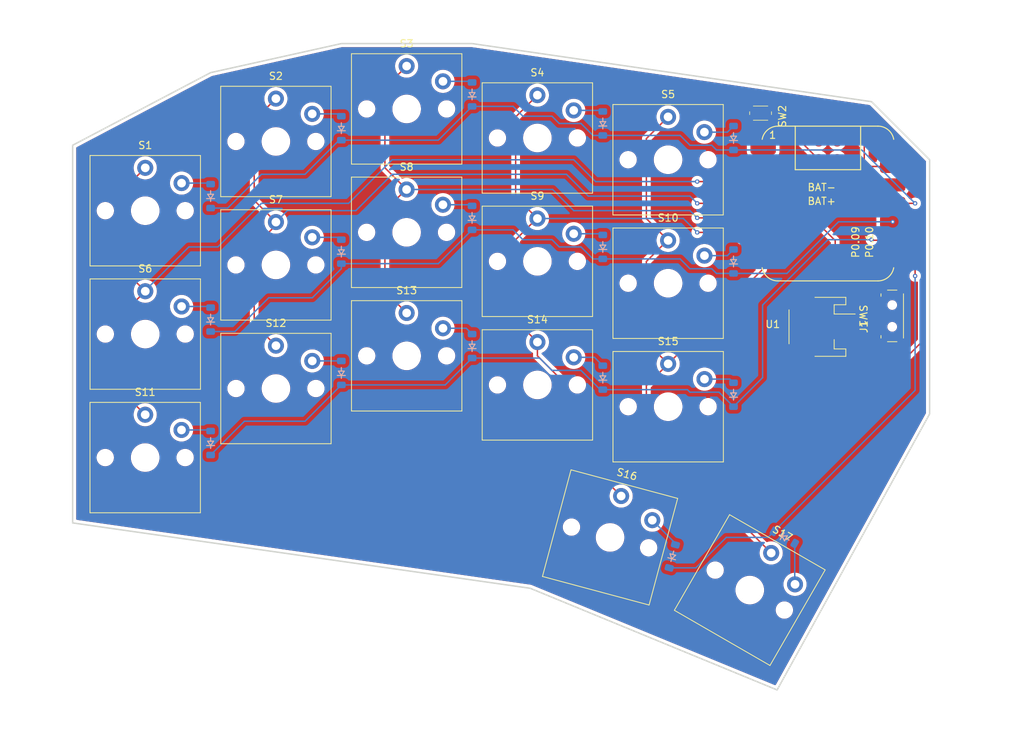
<source format=kicad_pcb>
(kicad_pcb (version 20241229) (generator "pcbnew") (generator_version "9.0")
  (layers (0 "F.Cu" signal) (2 "B.Cu" signal) (13 "F.Paste" user) (15 "B.Paste" user) (5 "F.SilkS" user "F.Silkscreen") (7 "B.SilkS" user "B.Silkscreen") (1 "F.Mask" user) (3 "B.Mask" user) (25 "Edge.Cuts" user))
  (net 0 "")
  (net 1 "Row 0")
  (net 2 "Net-(D1-A)")
  (net 3 "Net-(D2-A)")
  (net 4 "Net-(D3-A)")
  (net 5 "Net-(D4-A)")
  (net 6 "Net-(D5-A)")
  (net 7 "Row 1")
  (net 8 "Net-(D6-A)")
  (net 9 "Net-(D7-A)")
  (net 10 "Net-(D8-A)")
  (net 11 "Net-(D9-A)")
  (net 12 "Net-(D10-A)")
  (net 13 "Net-(D11-A)")
  (net 14 "Row 2")
  (net 15 "Net-(D12-A)")
  (net 16 "Net-(D13-A)")
  (net 17 "Net-(D14-A)")
  (net 18 "Net-(D15-A)")
  (net 19 "Row 3")
  (net 20 "Net-(D16-A)")
  (net 21 "Net-(D17-A)")
  (net 22 "Col 0")
  (net 23 "Col 1")
  (net 24 "Col 2")
  (net 25 "Col 3")
  (net 26 "Col 4")
  (net 27 "Net-(J1-Pin_1)")
  (net 28 "Ground")
  (net 29 "Net-(SW1-B)")
  (net 31 "Net-(U1-RST)")
  (footprint "marbastlib-various:SW_MSK12C02-HB" (layer "F.Cu") (at 161.845415 72.489603 -90)
    (property "Reference" "SW1" (at 0 4 270) (layer "F.SilkS"))
    (property "Value" "SW_SPDT")
    (pad "" np_thru_hole circle (at -1.5 0 90) (size 0.85 0.85) (drill 0.85) (layers "*.Cu" "*.Mask"))
    (pad "" np_thru_hole circle (at 1.5 0 90) (size 0.85 0.85) (drill 0.85) (layers "*.Cu" "*.Mask"))
    (pad "1" smd roundrect (at 2.25 2 90) (size 0.6 1.25) (layers "F.Cu" "F.Mask" "F.Paste") (roundrect_rratio 0.15) (net 27 "Net-(J1-Pin_1)"))
    (pad "2" smd roundrect (at -0.75 2 90) (size 0.6 1.25) (layers "F.Cu" "F.Mask" "F.Paste") (roundrect_rratio 0.15) (net 29 "Net-(SW1-B)"))
    (pad "3" smd roundrect (at -2.25 2 90) (size 0.6 1.25) (layers "F.Cu" "F.Mask" "F.Paste") (roundrect_rratio 0.15))
    (pad "MP" smd roundrect (at -3.7 -1.15 180) (size 0.7 1.1) (layers "F.Cu" "F.Mask" "F.Paste") (roundrect_rratio 0.15))
    (pad "MP" smd roundrect (at -3.7 1.15 180) (size 0.7 1.1) (layers "F.Cu" "F.Mask" "F.Paste") (roundrect_rratio 0.15))
    (pad "MP" smd roundrect (at 3.7 -1.15 180) (size 0.7 1.1) (layers "F.Cu" "F.Mask" "F.Paste") (roundrect_rratio 0.15))
    (pad "MP" smd roundrect (at 3.7 1.15 180) (size 0.7 1.1) (layers "F.Cu" "F.Mask" "F.Paste") (roundrect_rratio 0.15))
  )
  (footprint "ScottoKeebs_Choc:Choc_V1_1.00u" (layer "F.Cu") (at 76.985473 65.467584)
    (property "Reference" "S7" (at 0 -9 0) (layer "F.SilkS"))
    (property "Value" "Keyswitch")
    (pad "" np_thru_hole circle (at -5.5 0) (size 1.9 1.9) (drill 1.9) (layers "*.Cu" "*.Mask"))
    (pad "" np_thru_hole circle (at 0 0) (size 3.45 3.45) (drill 3.45) (layers "*.Cu" "*.Mask"))
    (pad "" np_thru_hole circle (at 5.5 0) (size 1.9 1.9) (drill 1.9) (layers "*.Cu" "*.Mask"))
    (pad "1" thru_hole circle (at 0 -5.9) (size 2.2 2.2) (drill 1.2) (layers "*.Cu" "*.Mask") (net 23 "Col 1"))
    (pad "2" thru_hole circle (at 5 -3.8) (size 2.2 2.2) (drill 1.2) (layers "*.Cu" "*.Mask") (net 9 "Net-(D7-A)"))
  )
  (footprint "ScottoKeebs_Choc:Choc_V1_1.00u" (layer "F.Cu") (at 112.988878 47.989603)
    (property "Reference" "S4" (at 0 -9 0) (layer "F.SilkS"))
    (property "Value" "Keyswitch")
    (pad "" np_thru_hole circle (at -5.5 0) (size 1.9 1.9) (drill 1.9) (layers "*.Cu" "*.Mask"))
    (pad "" np_thru_hole circle (at 0 0) (size 3.45 3.45) (drill 3.45) (layers "*.Cu" "*.Mask"))
    (pad "" np_thru_hole circle (at 5.5 0) (size 1.9 1.9) (drill 1.9) (layers "*.Cu" "*.Mask"))
    (pad "1" thru_hole circle (at 0 -5.9) (size 2.2 2.2) (drill 1.2) (layers "*.Cu" "*.Mask") (net 25 "Col 3"))
    (pad "2" thru_hole circle (at 5 -3.8) (size 2.2 2.2) (drill 1.2) (layers "*.Cu" "*.Mask") (net 5 "Net-(D4-A)"))
  )
  (footprint "ScottoKeebs_Choc:Choc_V1_1.00u" (layer "F.Cu") (at 142.232275 110.239603 -30)
    (property "Reference" "S17" (at 0 -9 150) (layer "F.SilkS"))
    (property "Value" "Keyswitch")
    (pad "" np_thru_hole circle (at -5.5 0 330) (size 1.9 1.9) (drill 1.9) (layers "*.Cu" "*.Mask"))
    (pad "" np_thru_hole circle (at 0 0 330) (size 3.45 3.45) (drill 3.45) (layers "*.Cu" "*.Mask"))
    (pad "" np_thru_hole circle (at 5.5 0 330) (size 1.9 1.9) (drill 1.9) (layers "*.Cu" "*.Mask"))
    (pad "1" thru_hole circle (at 0 -5.9 330) (size 2.2 2.2) (drill 1.2) (layers "*.Cu" "*.Mask") (net 26 "Col 4"))
    (pad "2" thru_hole circle (at 5 -3.8 330) (size 2.2 2.2) (drill 1.2) (layers "*.Cu" "*.Mask") (net 21 "Net-(D17-A)"))
  )
  (footprint "ScottoKeebs_Choc:Choc_V1_1.00u" (layer "F.Cu") (at 94.980883 60.980238)
    (property "Reference" "S8" (at 0 -9 0) (layer "F.SilkS"))
    (property "Value" "Keyswitch")
    (pad "" np_thru_hole circle (at -5.5 0) (size 1.9 1.9) (drill 1.9) (layers "*.Cu" "*.Mask"))
    (pad "" np_thru_hole circle (at 0 0) (size 3.45 3.45) (drill 3.45) (layers "*.Cu" "*.Mask"))
    (pad "" np_thru_hole circle (at 5.5 0) (size 1.9 1.9) (drill 1.9) (layers "*.Cu" "*.Mask"))
    (pad "1" thru_hole circle (at 0 -5.9) (size 2.2 2.2) (drill 1.2) (layers "*.Cu" "*.Mask") (net 24 "Col 2"))
    (pad "2" thru_hole circle (at 5 -3.8) (size 2.2 2.2) (drill 1.2) (layers "*.Cu" "*.Mask") (net 10 "Net-(D8-A)"))
  )
  (footprint "ScottoKeebs_Choc:Choc_V1_1.00u" (layer "F.Cu") (at 122.995415 102.989603 -15)
    (property "Reference" "S16" (at 0 -8.999999 165) (layer "F.SilkS"))
    (property "Value" "Keyswitch")
    (pad "" np_thru_hole circle (at -5.5 0 345) (size 1.9 1.9) (drill 1.9) (layers "*.Cu" "*.Mask"))
    (pad "" np_thru_hole circle (at 0 0 345) (size 3.45 3.45) (drill 3.45) (layers "*.Cu" "*.Mask"))
    (pad "" np_thru_hole circle (at 5.5 0 345) (size 1.9 1.9) (drill 1.9) (layers "*.Cu" "*.Mask"))
    (pad "1" thru_hole circle (at 0 -5.9 345) (size 2.2 2.2) (drill 1.2) (layers "*.Cu" "*.Mask") (net 25 "Col 3"))
    (pad "2" thru_hole circle (at 5 -3.8 345) (size 2.2 2.2) (drill 1.2) (layers "*.Cu" "*.Mask") (net 20 "Net-(D16-A)"))
  )
  (footprint "ScottoKeebs_Choc:Choc_V1_1.00u" (layer "F.Cu") (at 130.990088 67.987695)
    (property "Reference" "S10" (at 0 -9 0) (layer "F.SilkS"))
    (property "Value" "Keyswitch")
    (pad "" np_thru_hole circle (at -5.5 0) (size 1.9 1.9) (drill 1.9) (layers "*.Cu" "*.Mask"))
    (pad "" np_thru_hole circle (at 0 0) (size 3.45 3.45) (drill 3.45) (layers "*.Cu" "*.Mask"))
    (pad "" np_thru_hole circle (at 5.5 0) (size 1.9 1.9) (drill 1.9) (layers "*.Cu" "*.Mask"))
    (pad "1" thru_hole circle (at 0 -5.9) (size 2.2 2.2) (drill 1.2) (layers "*.Cu" "*.Mask") (net 26 "Col 4"))
    (pad "2" thru_hole circle (at 5 -3.8) (size 2.2 2.2) (drill 1.2) (layers "*.Cu" "*.Mask") (net 12 "Net-(D10-A)"))
  )
  (footprint "ScottoKeebs_Choc:Choc_V1_1.00u" (layer "F.Cu") (at 112.992415 81.990598)
    (property "Reference" "S14" (at 0 -9 0) (layer "F.SilkS"))
    (property "Value" "Keyswitch")
    (pad "" np_thru_hole circle (at -5.5 0) (size 1.9 1.9) (drill 1.9) (layers "*.Cu" "*.Mask"))
    (pad "" np_thru_hole circle (at 0 0) (size 3.45 3.45) (drill 3.45) (layers "*.Cu" "*.Mask"))
    (pad "" np_thru_hole circle (at 5.5 0) (size 1.9 1.9) (drill 1.9) (layers "*.Cu" "*.Mask"))
    (pad "1" thru_hole circle (at 0 -5.9) (size 2.2 2.2) (drill 1.2) (layers "*.Cu" "*.Mask") (net 25 "Col 3"))
    (pad "2" thru_hole circle (at 5 -3.8) (size 2.2 2.2) (drill 1.2) (layers "*.Cu" "*.Mask") (net 17 "Net-(D14-A)"))
  )
  (footprint "ScottoKeebs_Choc:Choc_V1_1.00u" (layer "F.Cu") (at 58.995415 57.999273)
    (property "Reference" "S1" (at 0 -9 0) (layer "F.SilkS"))
    (property "Value" "Keyswitch")
    (pad "" np_thru_hole circle (at -5.5 0) (size 1.9 1.9) (drill 1.9) (layers "*.Cu" "*.Mask"))
    (pad "" np_thru_hole circle (at 0 0) (size 3.45 3.45) (drill 3.45) (layers "*.Cu" "*.Mask"))
    (pad "" np_thru_hole circle (at 5.5 0) (size 1.9 1.9) (drill 1.9) (layers "*.Cu" "*.Mask"))
    (pad "1" thru_hole circle (at 0 -5.9) (size 2.2 2.2) (drill 1.2) (layers "*.Cu" "*.Mask") (net 22 "Col 0"))
    (pad "2" thru_hole circle (at 5 -3.8) (size 2.2 2.2) (drill 1.2) (layers "*.Cu" "*.Mask") (net 2 "Net-(D1-A)"))
  )
  (footprint "ScottoKeebs_Choc:Choc_V1_1.00u" (layer "F.Cu") (at 94.987924 43.989603)
    (property "Reference" "S3" (at 0 -9 0) (layer "F.SilkS"))
    (property "Value" "Keyswitch")
    (pad "" np_thru_hole circle (at -5.5 0) (size 1.9 1.9) (drill 1.9) (layers "*.Cu" "*.Mask"))
    (pad "" np_thru_hole circle (at 0 0) (size 3.45 3.45) (drill 3.45) (layers "*.Cu" "*.Mask"))
    (pad "" np_thru_hole circle (at 5.5 0) (size 1.9 1.9) (drill 1.9) (layers "*.Cu" "*.Mask"))
    (pad "1" thru_hole circle (at 0 -5.9) (size 2.2 2.2) (drill 1.2) (layers "*.Cu" "*.Mask") (net 24 "Col 2"))
    (pad "2" thru_hole circle (at 5 -3.8) (size 2.2 2.2) (drill 1.2) (layers "*.Cu" "*.Mask") (net 4 "Net-(D3-A)"))
  )
  (footprint "ScottoKeebs_Choc:Choc_V1_1.00u" (layer "F.Cu") (at 58.986471 91.992266)
    (property "Reference" "S11" (at 0 -9 0) (layer "F.SilkS"))
    (property "Value" "Keyswitch")
    (pad "" np_thru_hole circle (at -5.5 0) (size 1.9 1.9) (drill 1.9) (layers "*.Cu" "*.Mask"))
    (pad "" np_thru_hole circle (at 0 0) (size 3.45 3.45) (drill 3.45) (layers "*.Cu" "*.Mask"))
    (pad "" np_thru_hole circle (at 5.5 0) (size 1.9 1.9) (drill 1.9) (layers "*.Cu" "*.Mask"))
    (pad "1" thru_hole circle (at 0 -5.9) (size 2.2 2.2) (drill 1.2) (layers "*.Cu" "*.Mask") (net 22 "Col 0"))
    (pad "2" thru_hole circle (at 5 -3.8) (size 2.2 2.2) (drill 1.2) (layers "*.Cu" "*.Mask") (net 13 "Net-(D11-A)"))
  )
  (footprint "ScottoKeebs_Choc:Choc_V1_1.00u" (layer "F.Cu") (at 58.998138 74.989603)
    (property "Reference" "S6" (at 0 -9 0) (layer "F.SilkS"))
    (property "Value" "Keyswitch")
    (pad "" np_thru_hole circle (at -5.5 0) (size 1.9 1.9) (drill 1.9) (layers "*.Cu" "*.Mask"))
    (pad "" np_thru_hole circle (at 0 0) (size 3.45 3.45) (drill 3.45) (layers "*.Cu" "*.Mask"))
    (pad "" np_thru_hole circle (at 5.5 0) (size 1.9 1.9) (drill 1.9) (layers "*.Cu" "*.Mask"))
    (pad "1" thru_hole circle (at 0 -5.9) (size 2.2 2.2) (drill 1.2) (layers "*.Cu" "*.Mask") (net 22 "Col 0"))
    (pad "2" thru_hole circle (at 5 -3.8) (size 2.2 2.2) (drill 1.2) (layers "*.Cu" "*.Mask") (net 8 "Net-(D6-A)"))
  )
  (footprint "Connector_JST:JST_PH_S2B-PH-SM4-TB_1x02-1MP_P2.00mm_Horizontal" (layer "F.Cu") (at 152.145415 73.989603 -90)
    (property "Reference" "J1" (at 0 -5.8 90) (layer "F.SilkS"))
    (property "Value" "Conn_01x02_Socket")
    (pad "1" smd roundrect (at -1 -2.85 270) (size 1 3.5) (layers "F.Cu" "F.Mask" "F.Paste") (net 27 "Net-(J1-Pin_1)"))
    (pad "2" smd roundrect (at 1 -2.85 270) (size 1 3.5) (layers "F.Cu" "F.Mask" "F.Paste") (net 28 "Ground"))
    (pad "MP" smd roundrect (at -3.35 2.9 270) (size 1.5 3.4) (layers "F.Cu" "F.Mask" "F.Paste") (roundrect_rratio 0.166667))
    (pad "MP" smd roundrect (at 3.35 2.9 270) (size 1.5 3.4) (layers "F.Cu" "F.Mask" "F.Paste") (roundrect_rratio 0.166667))
  )
  (footprint "ScottoKeebs_Choc:Choc_V1_1.00u" (layer "F.Cu") (at 76.990573 82.485263)
    (property "Reference" "S12" (at 0 -9 0) (layer "F.SilkS"))
    (property "Value" "Keyswitch")
    (pad "" np_thru_hole circle (at -5.5 0) (size 1.9 1.9) (drill 1.9) (layers "*.Cu" "*.Mask"))
    (pad "" np_thru_hole circle (at 0 0) (size 3.45 3.45) (drill 3.45) (layers "*.Cu" "*.Mask"))
    (pad "" np_thru_hole circle (at 5.5 0) (size 1.9 1.9) (drill 1.9) (layers "*.Cu" "*.Mask"))
    (pad "1" thru_hole circle (at 0 -5.9) (size 2.2 2.2) (drill 1.2) (layers "*.Cu" "*.Mask") (net 23 "Col 1"))
    (pad "2" thru_hole circle (at 5 -3.8) (size 2.2 2.2) (drill 1.2) (layers "*.Cu" "*.Mask") (net 15 "Net-(D12-A)"))
  )
  (footprint "ScottoKeebs_Choc:Choc_V1_1.00u" (layer "F.Cu") (at 94.990345 77.986668)
    (property "Reference" "S13" (at 0 -9 0) (layer "F.SilkS"))
    (property "Value" "Keyswitch")
    (pad "" np_thru_hole circle (at -5.5 0) (size 1.9 1.9) (drill 1.9) (layers "*.Cu" "*.Mask"))
    (pad "" np_thru_hole circle (at 0 0) (size 3.45 3.45) (drill 3.45) (layers "*.Cu" "*.Mask"))
    (pad "" np_thru_hole circle (at 5.5 0) (size 1.9 1.9) (drill 1.9) (layers "*.Cu" "*.Mask"))
    (pad "1" thru_hole circle (at 0 -5.9) (size 2.2 2.2) (drill 1.2) (layers "*.Cu" "*.Mask") (net 24 "Col 2"))
    (pad "2" thru_hole circle (at 5 -3.8) (size 2.2 2.2) (drill 1.2) (layers "*.Cu" "*.Mask") (net 16 "Net-(D13-A)"))
  )
  (footprint "marbastlib-xp-promicroish:Xiao_nRF52840_AC_Reflow" (layer "F.Cu") (at 152.995415 56.989603)
    (property "Reference" "U1" (at -6.5 16.65 0) (layer "F.SilkS") (effects (justify right)))
    (property "Value" "Seeeduino Xiao nRF52840")
    (fp_text user "P0.10" (at 5.715 7.6075 90) (layer "F.SilkS") (effects (justify left)))
    (fp_text user "P0.09" (at 3.81 7.6075 90) (layer "F.SilkS") (effects (justify left)))
    (fp_text user "BAT+" (at -2.889999 0.28425 0) (layer "F.SilkS") (effects (justify left bottom)))
    (fp_text user "BAT-" (at -2.889999 -1.62075 0) (layer "F.SilkS") (effects (justify left bottom)))
    (fp_text user "1" (at -7.62 -8.82 0) (layer "F.SilkS") (effects (justify bottom)))
    (pad "1" smd roundrect (at -8.92 -7.62) (size 3.5 1.8) (layers "F.Cu" "F.Mask" "F.Paste"))
    (pad "2" smd roundrect (at -8.92 -5.08) (size 3.5 1.8) (layers "F.Cu" "F.Mask" "F.Paste"))
    (pad "3" smd roundrect (at -8.92 -2.54) (size 3.5 1.8) (layers "F.Cu" "F.Mask" "F.Paste") (net 22 "Col 0"))
    (pad "4" smd roundrect (at -8.92 0) (size 3.5 1.8) (layers "F.Cu" "F.Mask" "F.Paste") (net 23 "Col 1"))
    (pad "5" smd roundrect (at -8.92 2.54) (size 3.5 1.8) (layers "F.Cu" "F.Mask" "F.Paste") (net 24 "Col 2"))
    (pad "6" smd roundrect (at -8.92 5.08) (size 3.5 1.8) (layers "F.Cu" "F.Mask" "F.Paste") (net 25 "Col 3"))
    (pad "7" smd roundrect (at -8.92 7.62) (size 3.5 1.8) (layers "F.Cu" "F.Mask" "F.Paste") (net 26 "Col 4"))
    (pad "8" smd roundrect (at 8.92 -7.62 180) (size 3.5 1.8) (layers "F.Cu" "F.Mask" "F.Paste"))
    (pad "9" smd roundrect (at 8.92 -5.08 180) (size 3.5 1.8) (layers "F.Cu" "F.Mask" "F.Paste") (net 28 "Ground"))
    (pad "10" smd roundrect (at 8.92 -2.539999 180) (size 3.5 1.8) (layers "F.Cu" "F.Mask" "F.Paste"))
    (pad "11" smd roundrect (at 8.92 0 180) (size 3.5 1.8) (layers "F.Cu" "F.Mask" "F.Paste") (net 1 "Row 0"))
    (pad "12" smd roundrect (at 8.92 2.54 180) (size 3.5 1.8) (layers "F.Cu" "F.Mask" "F.Paste") (net 7 "Row 1"))
    (pad "13" smd roundrect (at 8.92 5.08) (size 3.5 1.8) (layers "F.Cu" "F.Mask" "F.Paste") (net 14 "Row 2"))
    (pad "14" smd roundrect (at 8.92 7.62) (size 3.5 1.8) (layers "F.Cu" "F.Mask" "F.Paste") (net 19 "Row 3"))
    (pad "15" smd roundrect (at -4.445001 -2.2225) (size 2.5 1.35) (layers "F.Cu" "F.Mask" "F.Paste"))
    (pad "16" smd roundrect (at -4.445002 -0.3175) (size 2.5 1.35) (layers "F.Cu" "F.Mask" "F.Paste") (net 29 "Net-(SW1-B)"))
    (pad "17" smd roundrect (at 3.81 9.2075 90) (size 2.5 1.35) (layers "F.Cu" "F.Mask" "F.Paste"))
    (pad "18" smd roundrect (at 5.715 9.2075 90) (size 2.5 1.35) (layers "F.Cu" "F.Mask" "F.Paste"))
    (pad "19" smd circle (at -1.27 -8.5725 180) (size 1.5 1.5) (layers "F.Cu" "F.Mask" "F.Paste"))
    (pad "20" smd circle (at 1.27 -8.5725 180) (size 1.5 1.5) (layers "F.Cu" "F.Mask" "F.Paste"))
    (pad "21" smd circle (at -1.27 -6.0325 180) (size 1.5 1.5) (layers "F.Cu" "F.Mask" "F.Paste") (net 31 "Net-(U1-RST)"))
    (pad "22" smd circle (at 1.27 -6.0325 180) (size 1.5 1.5) (layers "F.Cu" "F.Mask" "F.Paste"))
  )
  (footprint "ScottoKeebs_Choc:Choc_V1_1.00u" (layer "F.Cu") (at 76.98332 48.470021)
    (property "Reference" "S2" (at 0 -9 0) (layer "F.SilkS"))
    (property "Value" "Keyswitch")
    (pad "" np_thru_hole circle (at -5.5 0) (size 1.9 1.9) (drill 1.9) (layers "*.Cu" "*.Mask"))
    (pad "" np_thru_hole circle (at 0 0) (size 3.45 3.45) (drill 3.45) (layers "*.Cu" "*.Mask"))
    (pad "" np_thru_hole circle (at 5.5 0) (size 1.9 1.9) (drill 1.9) (layers "*.Cu" "*.Mask"))
    (pad "1" thru_hole circle (at 0 -5.9) (size 2.2 2.2) (drill 1.2) (layers "*.Cu" "*.Mask") (net 23 "Col 1"))
    (pad "2" thru_hole circle (at 5 -3.8) (size 2.2 2.2) (drill 1.2) (layers "*.Cu" "*.Mask") (net 3 "Net-(D2-A)"))
  )
  (footprint "ScottoKeebs_Choc:Choc_V1_1.00u" (layer "F.Cu") (at 130.984276 50.982339)
    (property "Reference" "S5" (at 0 -9 0) (layer "F.SilkS"))
    (property "Value" "Keyswitch")
    (pad "" np_thru_hole circle (at -5.5 0) (size 1.9 1.9) (drill 1.9) (layers "*.Cu" "*.Mask"))
    (pad "" np_thru_hole circle (at 0 0) (size 3.45 3.45) (drill 3.45) (layers "*.Cu" "*.Mask"))
    (pad "" np_thru_hole circle (at 5.5 0) (size 1.9 1.9) (drill 1.9) (layers "*.Cu" "*.Mask"))
    (pad "1" thru_hole circle (at 0 -5.9) (size 2.2 2.2) (drill 1.2) (layers "*.Cu" "*.Mask") (net 26 "Col 4"))
    (pad "2" thru_hole circle (at 5 -3.8) (size 2.2 2.2) (drill 1.2) (layers "*.Cu" "*.Mask") (net 6 "Net-(D5-A)"))
  )
  (footprint "ScottoKeebs_Choc:Choc_V1_1.00u" (layer "F.Cu") (at 130.995415 84.989603)
    (property "Reference" "S15" (at 0 -9 0) (layer "F.SilkS"))
    (property "Value" "Keyswitch")
    (pad "" np_thru_hole circle (at -5.5 0) (size 1.9 1.9) (drill 1.9) (layers "*.Cu" "*.Mask"))
    (pad "" np_thru_hole circle (at 0 0) (size 3.45 3.45) (drill 3.45) (layers "*.Cu" "*.Mask"))
    (pad "" np_thru_hole circle (at 5.5 0) (size 1.9 1.9) (drill 1.9) (layers "*.Cu" "*.Mask"))
    (pad "1" thru_hole circle (at 0 -5.9) (size 2.2 2.2) (drill 1.2) (layers "*.Cu" "*.Mask") (net 26 "Col 4"))
    (pad "2" thru_hole circle (at 5 -3.8) (size 2.2 2.2) (drill 1.2) (layers "*.Cu" "*.Mask") (net 18 "Net-(D15-A)"))
  )
  (footprint "marbastlib-various:SW_T1A2QR" (layer "F.Cu") (at 143.720415 44.569603 180)
    (property "Reference" "SW2" (at -3 -0.42 90) (layer "F.SilkS"))
    (property "Value" "SW_Push")
    (pad "1" smd roundrect (at -1.275 -0.58 180) (size 0.55 0.57) (layers "F.Cu" "F.Mask" "F.Paste") (net 31 "Net-(U1-RST)"))
    (pad "1" smd roundrect (at 1.275 -0.58 180) (size 0.55 0.57) (layers "F.Cu" "F.Mask" "F.Paste") (net 31 "Net-(U1-RST)"))
    (pad "2" smd roundrect (at -1.275 0.58 180) (size 0.55 0.57) (layers "F.Cu" "F.Mask" "F.Paste") (net 28 "Ground"))
    (pad "2" smd roundrect (at 1.275 0.58 180) (size 0.55 0.57) (layers "F.Cu" "F.Mask" "F.Paste") (net 28 "Ground"))
  )
  (footprint "ScottoKeebs_Choc:Choc_V1_1.00u" (layer "F.Cu") (at 112.990345 64.978007)
    (property "Reference" "S9" (at 0 -9 0) (layer "F.SilkS"))
    (property "Value" "Keyswitch")
    (pad "" np_thru_hole circle (at -5.5 0) (size 1.9 1.9) (drill 1.9) (layers "*.Cu" "*.Mask"))
    (pad "" np_thru_hole circle (at 0 0) (size 3.45 3.45) (drill 3.45) (layers "*.Cu" "*.Mask"))
    (pad "" np_thru_hole circle (at 5.5 0) (size 1.9 1.9) (drill 1.9) (layers "*.Cu" "*.Mask"))
    (pad "1" thru_hole circle (at 0 -5.9) (size 2.2 2.2) (drill 1.2) (layers "*.Cu" "*.Mask") (net 25 "Col 3"))
    (pad "2" thru_hole circle (at 5 -3.8) (size 2.2 2.2) (drill 1.2) (layers "*.Cu" "*.Mask") (net 11 "Net-(D9-A)"))
  )
  (footprint "ScottoKeebs_Components:Diode_SOD-123" (layer "B.Cu") (at 67.995415 72.989603 90)
    (property "Reference" "D6" (hide yes))
    (property "Value" "Diode")
    (pad "1" smd roundrect (at -1.65 0 90) (size 0.9 1.2) (layers "B.Cu" "B.Mask" "B.Paste") (net 7 "Row 1"))
    (pad "2" smd roundrect (at 1.65 0 90) (size 0.9 1.2) (layers "B.Cu" "B.Mask" "B.Paste") (net 8 "Net-(D6-A)"))
  )
  (footprint "ScottoKeebs_Components:Diode_SOD-123" (layer "B.Cu") (at 139.995415 83.339603 90)
    (property "Reference" "D15" (hide yes))
    (property "Value" "Diode" (hide yes))
    (pad "1" smd roundrect (at -1.65 0 90) (size 0.9 1.2) (layers "B.Cu" "B.Mask" "B.Paste") (net 14 "Row 2"))
    (pad "2" smd roundrect (at 1.65 0 90) (size 0.9 1.2) (layers "B.Cu" "B.Mask" "B.Paste") (net 18 "Net-(D15-A)"))
  )
  (footprint "ScottoKeebs_Components:Diode_SOD-123" (layer "B.Cu") (at 103.995415 58.989603 90)
    (property "Reference" "D8" (hide yes))
    (property "Value" "Diode")
    (pad "1" smd roundrect (at -1.65 0 90) (size 0.9 1.2) (layers "B.Cu" "B.Mask" "B.Paste") (net 7 "Row 1"))
    (pad "2" smd roundrect (at 1.65 0 90) (size 0.9 1.2) (layers "B.Cu" "B.Mask" "B.Paste") (net 10 "Net-(D8-A)"))
  )
  (footprint "ScottoKeebs_Components:Diode_SOD-123" (layer "B.Cu") (at 103.995415 76.639603 90)
    (property "Reference" "D13" (hide yes))
    (property "Value" "Diode")
    (pad "1" smd roundrect (at -1.65 0 90) (size 0.9 1.2) (layers "B.Cu" "B.Mask" "B.Paste") (net 14 "Row 2"))
    (pad "2" smd roundrect (at 1.65 0 90) (size 0.9 1.2) (layers "B.Cu" "B.Mask" "B.Paste") (net 16 "Net-(D13-A)"))
  )
  (footprint "ScottoKeebs_Components:Diode_SOD-123" (layer "B.Cu") (at 139.995415 47.989603 90)
    (property "Reference" "D5" (hide yes))
    (property "Value" "Diode")
    (pad "1" smd roundrect (at -1.65 0 90) (size 0.9 1.2) (layers "B.Cu" "B.Mask" "B.Paste") (net 1 "Row 0"))
    (pad "2" smd roundrect (at 1.65 0 90) (size 0.9 1.2) (layers "B.Cu" "B.Mask" "B.Paste") (net 6 "Net-(D5-A)"))
  )
  (footprint "ScottoKeebs_Components:Diode_SOD-123" (layer "B.Cu") (at 146.995415 102.989603 -30)
    (property "Reference" "D17" (hide yes))
    (property "Value" "Diode")
    (pad "1" smd roundrect (at -1.65 0 330) (size 0.9 1.2) (layers "B.Cu" "B.Mask" "B.Paste") (net 19 "Row 3"))
    (pad "2" smd roundrect (at 1.65 0 330) (size 0.9 1.2) (layers "B.Cu" "B.Mask" "B.Paste") (net 21 "Net-(D17-A)"))
  )
  (footprint "ScottoKeebs_Components:Diode_SOD-123" (layer "B.Cu") (at 139.995415 64.989603 90)
    (property "Reference" "D10" (hide yes))
    (property "Value" "Diode")
    (pad "1" smd roundrect (at -1.65 0 90) (size 0.9 1.2) (layers "B.Cu" "B.Mask" "B.Paste") (net 7 "Row 1"))
    (pad "2" smd roundrect (at 1.65 0 90) (size 0.9 1.2) (layers "B.Cu" "B.Mask" "B.Paste") (net 12 "Net-(D10-A)"))
  )
  (footprint "ScottoKeebs_Components:Diode_SOD-123" (layer "B.Cu") (at 131.568363 105.583381 75)
    (property "Reference" "D16" (hide yes))
    (property "Value" "Diode")
    (pad "1" smd roundrect (at -1.650001 0 75) (size 0.9 1.2) (layers "B.Cu" "B.Mask" "B.Paste") (net 19 "Row 3"))
    (pad "2" smd roundrect (at 1.650001 0 75) (size 0.9 1.2) (layers "B.Cu" "B.Mask" "B.Paste") (net 20 "Net-(D16-A)"))
  )
  (footprint "ScottoKeebs_Components:Diode_SOD-123" (layer "B.Cu") (at 85.995415 46.639603 90)
    (property "Reference" "D2" (hide yes))
    (property "Value" "Diode")
    (pad "1" smd roundrect (at -1.65 0 90) (size 0.9 1.2) (layers "B.Cu" "B.Mask" "B.Paste") (net 1 "Row 0"))
    (pad "2" smd roundrect (at 1.65 0 90) (size 0.9 1.2) (layers "B.Cu" "B.Mask" "B.Paste") (net 3 "Net-(D2-A)"))
  )
  (footprint "ScottoKeebs_Components:Diode_SOD-123" (layer "B.Cu") (at 121.995415 62.989603 90)
    (property "Reference" "D9" (hide yes))
    (property "Value" "Diode")
    (pad "1" smd roundrect (at -1.65 0 90) (size 0.9 1.2) (layers "B.Cu" "B.Mask" "B.Paste") (net 7 "Row 1"))
    (pad "2" smd roundrect (at 1.65 0 90) (size 0.9 1.2) (layers "B.Cu" "B.Mask" "B.Paste") (net 11 "Net-(D9-A)"))
  )
  (footprint "ScottoKeebs_Components:Diode_SOD-123" (layer "B.Cu") (at 121.995415 80.989603 90)
    (property "Reference" "D14" (hide yes))
    (property "Value" "Diode")
    (pad "1" smd roundrect (at -1.65 0 90) (size 0.9 1.2) (layers "B.Cu" "B.Mask" "B.Paste") (net 14 "Row 2"))
    (pad "2" smd roundrect (at 1.65 0 90) (size 0.9 1.2) (layers "B.Cu" "B.Mask" "B.Paste") (net 17 "Net-(D14-A)"))
  )
  (footprint "ScottoKeebs_Components:Diode_SOD-123" (layer "B.Cu") (at 103.995415 41.989603 90)
    (property "Reference" "D3" (hide yes))
    (property "Value" "Diode")
    (pad "1" smd roundrect (at -1.65 0 90) (size 0.9 1.2) (layers "B.Cu" "B.Mask" "B.Paste") (net 1 "Row 0"))
    (pad "2" smd roundrect (at 1.65 0 90) (size 0.9 1.2) (layers "B.Cu" "B.Mask" "B.Paste") (net 4 "Net-(D3-A)"))
  )
  (footprint "ScottoKeebs_Components:Diode_SOD-123" (layer "B.Cu") (at 85.995415 63.639603 90)
    (property "Reference" "D7" (hide yes))
    (property "Value" "Diode")
    (pad "1" smd roundrect (at -1.65 0 90) (size 0.9 1.2) (layers "B.Cu" "B.Mask" "B.Paste") (net 7 "Row 1"))
    (pad "2" smd roundrect (at 1.65 0 90) (size 0.9 1.2) (layers "B.Cu" "B.Mask" "B.Paste") (net 9 "Net-(D7-A)"))
  )
  (footprint "ScottoKeebs_Components:Diode_SOD-123" (layer "B.Cu") (at 67.995415 55.989603 90)
    (property "Reference" "D1" (hide yes))
    (property "Value" "Diode")
    (pad "1" smd roundrect (at -1.65 0 90) (size 0.9 1.2) (layers "B.Cu" "B.Mask" "B.Paste") (net 1 "Row 0"))
    (pad "2" smd roundrect (at 1.65 0 90) (size 0.9 1.2) (layers "B.Cu" "B.Mask" "B.Paste") (net 2 "Net-(D1-A)"))
  )
  (footprint "ScottoKeebs_Components:Diode_SOD-123" (layer "B.Cu") (at 67.995415 89.989603 90)
    (property "Reference" "D11" (hide yes))
    (property "Value" "Diode")
    (pad "1" smd roundrect (at -1.65 0 90) (size 0.9 1.2) (layers "B.Cu" "B.Mask" "B.Paste") (net 14 "Row 2"))
    (pad "2" smd roundrect (at 1.65 0 90) (size 0.9 1.2) (layers "B.Cu" "B.Mask" "B.Paste") (net 13 "Net-(D11-A)"))
  )
  (footprint "ScottoKeebs_Components:Diode_SOD-123" (layer "B.Cu") (at 85.995415 80.339603 90)
    (property "Reference" "D12" (hide yes))
    (property "Value" "Diode")
    (pad "1" smd roundrect (at -1.65 0 90) (size 0.9 1.2) (layers "B.Cu" "B.Mask" "B.Paste") (net 14 "Row 2"))
    (pad "2" smd roundrect (at 1.65 0 90) (size 0.9 1.2) (layers "B.Cu" "B.Mask" "B.Paste") (net 15 "Net-(D12-A)"))
  )
  (footprint "ScottoKeebs_Components:Diode_SOD-123" (layer "B.Cu") (at 121.995415 45.989603 90)
    (property "Reference" "D4" (hide yes))
    (property "Value" "Diode")
    (pad "1" smd roundrect (at -1.65 0 90) (size 0.9 1.2) (layers "B.Cu" "B.Mask" "B.Paste") (net 1 "Row 0"))
    (pad "2" smd roundrect (at 1.65 0 90) (size 0.9 1.2) (layers "B.Cu" "B.Mask" "B.Paste") (net 5 "Net-(D4-A)"))
  )
  (gr_poly (pts (xy 48.995415 48.989603) (xy 67.995415 38.989603) (xy 85.995415 34.989603) (xy 103.995415 34.989603) (xy 158.995415 42.989603) (xy 166.995415 50.989603) (xy 166.995415 85.989603) (xy 145.995415 123.989603) (xy 111.995415 109.989603) (xy 48.995415 100.989603)) (stroke (width 0.2)) (fill no) (layer "Edge.Cuts"))
  (segment (start 161.915415 56.989603) (end 164.995415 56.989603) (width 0.2) (layer "F.Cu") (net 1))
  (via blind (at 164.995415 56.989603) (size 0.6) (drill 0.3) (layers "F.Cu" "B.Cu") (net 1))
  (segment (start 115.995415 45.989603) (end 118.995415 45.989603) (width 0.2) (layer "B.Cu") (net 1))
  (segment (start 137.645415 49.639603) (end 139.995415 49.639603) (width 0.2) (layer "B.Cu") (net 1))
  (segment (start 110.995415 44.989603) (end 114.995415 44.989603) (width 0.2) (layer "B.Cu") (net 1))
  (segment (start 85.995415 48.289603) (end 99.345415 48.289603) (width 0.2) (layer "B.Cu") (net 1))
  (segment (start 99.345415 48.289603) (end 103.995415 43.639603) (width 0.2) (layer "B.Cu") (net 1))
  (segment (start 121.995415 47.639603) (end 132.645415 47.639603) (width 0.2) (layer "B.Cu") (net 1))
  (segment (start 103.995415 43.639603) (end 109.645415 43.639603) (width 0.2) (layer "B.Cu") (net 1))
  (segment (start 67.995415 57.639603) (end 70.345415 57.639603) (width 0.2) (layer "B.Cu") (net 1))
  (segment (start 136.995415 48.989603) (end 137.645415 49.639603) (width 0.2) (layer "B.Cu") (net 1))
  (segment (start 139.995415 49.639603) (end 157.645415 49.639603) (width 0.2) (layer "B.Cu") (net 1))
  (segment (start 133.995415 48.989603) (end 136.995415 48.989603) (width 0.2) (layer "B.Cu") (net 1))
  (segment (start 132.645415 47.639603) (end 133.995415 48.989603) (width 0.2) (layer "B.Cu") (net 1))
  (segment (start 80.995415 52.989603) (end 85.695415 48.289603) (width 0.2) (layer "B.Cu") (net 1))
  (segment (start 118.995415 45.989603) (end 120.645415 47.639603) (width 0.2) (layer "B.Cu") (net 1))
  (segment (start 74.995415 52.989603) (end 80.995415 52.989603) (width 0.2) (layer "B.Cu") (net 1))
  (segment (start 85.695415 48.289603) (end 85.995415 48.289603) (width 0.2) (layer "B.Cu") (net 1))
  (segment (start 114.995415 44.989603) (end 115.995415 45.989603) (width 0.2) (layer "B.Cu") (net 1))
  (segment (start 109.645415 43.639603) (end 110.995415 44.989603) (width 0.2) (layer "B.Cu") (net 1))
  (segment (start 120.645415 47.639603) (end 121.995415 47.639603) (width 0.2) (layer "B.Cu") (net 1))
  (segment (start 70.345415 57.639603) (end 74.995415 52.989603) (width 0.2) (layer "B.Cu") (net 1))
  (segment (start 157.645415 49.639603) (end 164.995415 56.989603) (width 0.2) (layer "B.Cu") (net 1))
  (segment (start 67.855085 54.199273) (end 67.995415 54.339603) (width 0.2) (layer "B.Cu") (net 2))
  (segment (start 63.995415 54.199273) (end 67.855085 54.199273) (width 0.2) (layer "B.Cu") (net 2))
  (segment (start 81.98332 44.670021) (end 85.675833 44.670021) (width 0.2) (layer "B.Cu") (net 3))
  (segment (start 85.675833 44.670021) (end 85.995415 44.989603) (width 0.2) (layer "B.Cu") (net 3))
  (segment (start 99.987924 40.189603) (end 103.845415 40.189603) (width 0.2) (layer "B.Cu") (net 4))
  (segment (start 103.845415 40.189603) (end 103.995415 40.339603) (width 0.2) (layer "B.Cu") (net 4))
  (segment (start 117.988878 44.189603) (end 121.845415 44.189603) (width 0.2) (layer "B.Cu") (net 5))
  (segment (start 121.845415 44.189603) (end 121.995415 44.339603) (width 0.2) (layer "B.Cu") (net 5))
  (segment (start 135.984276 47.182339) (end 139.152679 47.182339) (width 0.2) (layer "B.Cu") (net 6))
  (segment (start 139.152679 47.182339) (end 139.995415 46.339603) (width 0.2) (layer "B.Cu") (net 6))
  (via blind (at 161.915415 59.529603) (size 0.6) (drill 0.3) (layers "F.Cu" "B.Cu") (net 7))
  (segment (start 99.345415 65.289603) (end 103.995415 60.639603) (width 0.2) (layer "B.Cu") (net 7))
  (segment (start 81.995415 69.989603) (end 85.995415 65.989603) (width 0.2) (layer "B.Cu") (net 7))
  (segment (start 103.995415 60.639603) (end 109.645415 60.639603) (width 0.2) (layer "B.Cu") (net 7))
  (segment (start 75.995415 69.989603) (end 81.995415 69.989603) (width 0.2) (layer "B.Cu") (net 7))
  (segment (start 137.645415 66.639603) (end 139.995415 66.639603) (width 0.2) (layer "B.Cu") (net 7))
  (segment (start 67.995415 74.639603) (end 71.345415 74.639603) (width 0.2) (layer "B.Cu") (net 7))
  (segment (start 139.995415 66.639603) (end 147.345415 66.639603) (width 0.2) (layer "B.Cu") (net 7))
  (segment (start 154.455415 59.529603) (end 161.915415 59.529603) (width 0.2) (layer "B.Cu") (net 7))
  (segment (start 71.345415 74.639603) (end 75.995415 69.989603) (width 0.2) (layer "B.Cu") (net 7))
  (segment (start 85.995415 65.289603) (end 99.345415 65.289603) (width 0.2) (layer "B.Cu") (net 7))
  (segment (start 136.995415 65.989603) (end 137.645415 66.639603) (width 0.2) (layer "B.Cu") (net 7))
  (segment (start 147.345415 66.639603) (end 154.455415 59.529603) (width 0.2) (layer "B.Cu") (net 7))
  (segment (start 115.995415 62.989603) (end 118.995415 62.989603) (width 0.2) (layer "B.Cu") (net 7))
  (segment (start 120.645415 64.639603) (end 121.995415 64.639603) (width 0.2) (layer "B.Cu") (net 7))
  (segment (start 109.645415 60.639603) (end 110.995415 61.989603) (width 0.2) (layer "B.Cu") (net 7))
  (segment (start 121.995415 64.639603) (end 132.645415 64.639603) (width 0.2) (layer "B.Cu") (net 7))
  (segment (start 110.995415 61.989603) (end 114.995415 61.989603) (width 0.2) (layer "B.Cu") (net 7))
  (segment (start 139.995415 66.639603) (end 139.995415 66.989603) (width 0.2) (layer "B.Cu") (net 7))
  (segment (start 85.995415 65.989603) (end 85.995415 65.289603) (width 0.2) (layer "B.Cu") (net 7))
  (segment (start 132.645415 64.639603) (end 133.995415 65.989603) (width 0.2) (layer "B.Cu") (net 7))
  (segment (start 133.995415 65.989603) (end 136.995415 65.989603) (width 0.2) (layer "B.Cu") (net 7))
  (segment (start 118.995415 62.989603) (end 120.645415 64.639603) (width 0.2) (layer "B.Cu") (net 7))
  (segment (start 114.995415 61.989603) (end 115.995415 62.989603) (width 0.2) (layer "B.Cu") (net 7))
  (segment (start 63.998138 71.189603) (end 67.845415 71.189603) (width 0.2) (layer "B.Cu") (net 8))
  (segment (start 67.845415 71.189603) (end 67.995415 71.339603) (width 0.2) (layer "B.Cu") (net 8))
  (segment (start 81.985473 61.667584) (end 85.673396 61.667584) (width 0.2) (layer "B.Cu") (net 9))
  (segment (start 85.673396 61.667584) (end 85.995415 61.989603) (width 0.2) (layer "B.Cu") (net 9))
  (segment (start 103.83605 57.180238) (end 103.995415 57.339603) (width 0.2) (layer "B.Cu") (net 10))
  (segment (start 99.980883 57.180238) (end 103.83605 57.180238) (width 0.2) (layer "B.Cu") (net 10))
  (segment (start 121.833819 61.178007) (end 121.995415 61.339603) (width 0.2) (layer "B.Cu") (net 11))
  (segment (start 117.990345 61.178007) (end 121.833819 61.178007) (width 0.2) (layer "B.Cu") (net 11))
  (segment (start 135.990088 64.187695) (end 139.147323 64.187695) (width 0.2) (layer "B.Cu") (net 12))
  (segment (start 139.147323 64.187695) (end 139.995415 63.339603) (width 0.2) (layer "B.Cu") (net 12))
  (segment (start 63.986471 88.192266) (end 67.848078 88.192266) (width 0.2) (layer "B.Cu") (net 13))
  (segment (start 67.848078 88.192266) (end 67.995415 88.339603) (width 0.2) (layer "B.Cu") (net 13))
  (segment (start 159.075415 62.069603) (end 158.995415 61.989603) (width 0.2) (layer "F.Cu") (net 14))
  (segment (start 161.915415 62.069603) (end 159.075415 62.069603) (width 0.2) (layer "F.Cu") (net 14))
  (via blind (at 158.995415 61.989603) (size 0.6) (drill 0.3) (layers "F.Cu" "B.Cu") (net 14))
  (segment (start 121.645415 82.639603) (end 121.995415 82.639603) (width 0.2) (layer "B.Cu") (net 14))
  (segment (start 114.995415 79.989603) (end 118.995415 79.989603) (width 0.2) (layer "B.Cu") (net 14))
  (segment (start 118.995415 79.989603) (end 121.645415 82.639603) (width 0.2) (layer "B.Cu") (net 14))
  (segment (start 113.295415 78.289603) (end 114.995415 79.989603) (width 0.2) (layer "B.Cu") (net 14))
  (segment (start 137.995415 82.989603) (end 139.995415 84.989603) (width 0.2) (layer "B.Cu") (net 14))
  (segment (start 133.995415 82.989603) (end 137.995415 82.989603) (width 0.2) (layer "B.Cu") (net 14))
  (segment (start 143.995415 70.989603) (end 152.995415 61.989603) (width 0.2) (layer "B.Cu") (net 14))
  (segment (start 143.995415 80.989603) (end 143.995415 70.989603) (width 0.2) (layer "B.Cu") (net 14))
  (segment (start 133.645415 82.639603) (end 133.995415 82.989603) (width 0.2) (layer "B.Cu") (net 14))
  (segment (start 67.995415 91.639603) (end 72.645415 86.989603) (width 0.2) (layer "B.Cu") (net 14))
  (segment (start 80.995415 86.989603) (end 85.995415 81.989603) (width 0.2) (layer "B.Cu") (net 14))
  (segment (start 152.995415 61.989603) (end 158.995415 61.989603) (width 0.2) (layer "B.Cu") (net 14))
  (segment (start 139.995415 84.989603) (end 143.995415 80.989603) (width 0.2) (layer "B.Cu") (net 14))
  (segment (start 85.995415 81.989603) (end 100.295415 81.989603) (width 0.2) (layer "B.Cu") (net 14))
  (segment (start 72.645415 86.989603) (end 80.995415 86.989603) (width 0.2) (layer "B.Cu") (net 14))
  (segment (start 121.995415 82.639603) (end 133.645415 82.639603) (width 0.2) (layer "B.Cu") (net 14))
  (segment (start 100.295415 81.989603) (end 103.995415 78.289603) (width 0.2) (layer "B.Cu") (net 14))
  (segment (start 103.995415 78.289603) (end 113.295415 78.289603) (width 0.2) (layer "B.Cu") (net 14))
  (segment (start 81.990573 78.685263) (end 85.991075 78.685263) (width 0.2) (layer "B.Cu") (net 15))
  (segment (start 85.991075 78.685263) (end 85.995415 78.689603) (width 0.2) (layer "B.Cu") (net 15))
  (segment (start 99.990345 74.186668) (end 103.19248 74.186668) (width 0.2) (layer "B.Cu") (net 16))
  (segment (start 103.19248 74.186668) (end 103.995415 74.989603) (width 0.2) (layer "B.Cu") (net 16))
  (segment (start 120.84641 78.190598) (end 121.995415 79.339603) (width 0.2) (layer "B.Cu") (net 17))
  (segment (start 117.992415 78.190598) (end 120.84641 78.190598) (width 0.2) (layer "B.Cu") (net 17))
  (segment (start 135.995415 81.189603) (end 139.495415 81.189603) (width 0.2) (layer "B.Cu") (net 18))
  (segment (start 139.495415 81.189603) (end 139.995415 81.689603) (width 0.2) (layer "B.Cu") (net 18))
  (segment (start 164.995415 64.989603) (end 164.995415 66.989603) (width 0.2) (layer "F.Cu") (net 19))
  (segment (start 161.915415 64.609603) (end 164.615415 64.609603) (width 0.2) (layer "F.Cu") (net 19))
  (segment (start 164.615415 64.609603) (end 164.995415 64.989603) (width 0.2) (layer "F.Cu") (net 19))
  (via blind (at 164.995415 66.989603) (size 0.6) (drill 0.3) (layers "F.Cu" "B.Cu") (net 19))
  (segment (start 145.566473 102.164603) (end 145.566473 101.560661) (width 0.2) (layer "B.Cu") (net 19))
  (segment (start 145.566473 102.164603) (end 164.995415 82.735661) (width 0.2) (layer "B.Cu") (net 19))
  (segment (start 134.807859 107.177159) (end 131.141311 107.177159) (width 0.2) (layer "B.Cu") (net 19))
  (segment (start 138.995415 102.989603) (end 134.807859 107.177159) (width 0.2) (layer "B.Cu") (net 19))
  (segment (start 144.741473 102.989603) (end 138.995415 102.989603) (width 0.2) (layer "B.Cu") (net 19))
  (segment (start 164.995415 82.735661) (end 164.995415 66.989603) (width 0.2) (layer "B.Cu") (net 19))
  (segment (start 145.566473 102.164603) (end 144.741473 102.989603) (width 0.2) (layer "B.Cu") (net 19))
  (segment (start 131.995415 103.800038) (end 131.995415 103.989603) (width 0.2) (layer "B.Cu") (net 20))
  (segment (start 128.808557 100.61318) (end 131.995415 103.800038) (width 0.2) (layer "B.Cu") (net 20))
  (segment (start 148.424357 103.814603) (end 148.424357 109.410662) (width 0.2) (layer "B.Cu") (net 21))
  (segment (start 148.424357 109.410662) (end 148.462402 109.448707) (width 0.2) (layer "B.Cu") (net 21))
  (segment (start 144.075415 54.449603) (end 143.615415 53.989603) (width 0.2) (layer "F.Cu") (net 22))
  (segment (start 55.995415 83.10121) (end 58.986471 86.092266) (width 0.2) (layer "F.Cu") (net 22))
  (segment (start 55.995415 55.099273) (end 55.995415 66.08688) (width 0.2) (layer "F.Cu") (net 22))
  (segment (start 55.995415 72.092326) (end 55.995415 83.10121) (width 0.2) (layer "F.Cu") (net 22))
  (segment (start 58.995415 52.099273) (end 55.995415 55.099273) (width 0.2) (layer "F.Cu") (net 22))
  (segment (start 143.615415 53.989603) (end 134.995415 53.989603) (width 0.2) (layer "F.Cu") (net 22))
  (segment (start 55.995415 66.08688) (end 58.998138 69.089603) (width 0.2) (layer "F.Cu") (net 22))
  (segment (start 58.998138 69.089603) (end 55.995415 72.092326) (width 0.2) (layer "F.Cu") (net 22))
  (via blind (at 134.995415 53.989603) (size 0.6) (drill 0.3) (layers "F.Cu" "B.Cu") (net 22))
  (segment (start 92.995415 50.989603) (end 117.995415 50.989603) (width 0.2) (layer "B.Cu") (net 22))
  (segment (start 117.995415 50.989603) (end 120.995415 53.989603) (width 0.2) (layer "B.Cu") (net 22))
  (segment (start 64.995415 62.989603) (end 68.995415 62.989603) (width 0.2) (layer "B.Cu") (net 22))
  (segment (start 120.995415 53.989603) (end 134.995415 53.989603) (width 0.2) (layer "B.Cu") (net 22))
  (segment (start 74.995415 56.989603) (end 86.995415 56.989603) (width 0.2) (layer "B.Cu") (net 22))
  (segment (start 58.998138 68.98688) (end 64.995415 62.989603) (width 0.2) (layer "B.Cu") (net 22))
  (segment (start 58.998138 69.089603) (end 58.998138 68.98688) (width 0.2) (layer "B.Cu") (net 22))
  (segment (start 68.995415 62.989603) (end 74.995415 56.989603) (width 0.2) (layer "B.Cu") (net 22))
  (segment (start 86.995415 56.989603) (end 92.995415 50.989603) (width 0.2) (layer "B.Cu") (net 22))
  (segment (start 76.985473 59.567584) (end 76.985473 59.999545) (width 0.2) (layer "F.Cu") (net 23))
  (segment (start 73.995415 45.557926) (end 73.995415 56.577526) (width 0.2) (layer "F.Cu") (net 23))
  (segment (start 73.995415 56.577526) (end 76.985473 59.567584) (width 0.2) (layer "F.Cu") (net 23))
  (segment (start 76.985473 59.999545) (end 73.995415 62.989603) (width 0.2) (layer "F.Cu") (net 23))
  (segment (start 73.995415 62.989603) (end 73.995415 73.590105) (width 0.2) (layer "F.Cu") (net 23))
  (segment (start 73.995415 73.590105) (end 76.990573 76.585263) (width 0.2) (layer "F.Cu") (net 23))
  (segment (start 76.98332 42.570021) (end 73.995415 45.557926) (width 0.2) (layer "F.Cu") (net 23))
  (segment (start 144.075415 56.989603) (end 134.995415 56.989603) (width 0.2) (layer "F.Cu") (net 23))
  (via blind (at 134.995415 56.989603) (size 0.6) (drill 0.3) (layers "F.Cu" "B.Cu") (net 23))
  (segment (start 78.563454 57.989603) (end 87.995415 57.989603) (width 0.2) (layer "B.Cu") (net 23))
  (segment (start 87.995415 57.989603) (end 92.995415 52.989603) (width 0.2) (layer "B.Cu") (net 23))
  (segment (start 92.995415 52.989603) (end 116.995415 52.989603) (width 0.2) (layer "B.Cu") (net 23))
  (segment (start 76.985473 59.567584) (end 78.563454 57.989603) (width 0.2) (layer "B.Cu") (net 23))
  (segment (start 133.995415 55.989603) (end 134.995415 56.989603) (width 0.2) (layer "B.Cu") (net 23))
  (segment (start 116.995415 52.989603) (end 119.995415 55.989603) (width 0.2) (layer "B.Cu") (net 23))
  (segment (start 119.995415 55.989603) (end 133.995415 55.989603) (width 0.2) (layer "B.Cu") (net 23))
  (segment (start 94.987924 38.089603) (end 91.995415 41.082112) (width 0.2) (layer "F.Cu") (net 24))
  (segment (start 91.995415 69.091738) (end 94.990345 72.086668) (width 0.2) (layer "F.Cu") (net 24))
  (segment (start 94.980883 55.080238) (end 94.90478 55.080238) (width 0.2) (layer "F.Cu") (net 24))
  (segment (start 94.90478 55.080238) (end 91.995415 57.989603) (width 0.2) (layer "F.Cu") (net 24))
  (segment (start 91.995415 57.989603) (end 91.995415 69.091738) (width 0.2) (layer "F.Cu") (net 24))
  (segment (start 91.995415 41.082112) (end 91.995415 52.09477) (width 0.2) (layer "F.Cu") (net 24))
  (segment (start 144.075415 59.529603) (end 140.535415 59.529603) (width 0.2) (layer "F.Cu") (net 24))
  (segment (start 91.995415 52.09477) (end 94.980883 55.080238) (width 0.2) (layer "F.Cu") (net 24))
  (segment (start 139.995415 58.989603) (end 134.995415 58.989603) (width 0.2) (layer "F.Cu") (net 24))
  (segment (start 140.535415 59.529603) (end 139.995415 58.989603) (width 0.2) (layer "F.Cu") (net 24))
  (via blind (at 134.995415 58.989603) (size 0.6) (drill 0.3) (layers "F.Cu" "B.Cu") (net 24))
  (segment (start 115.08605 55.080238) (end 117.995415 57.989603) (width 0.2) (layer "B.Cu") (net 24))
  (segment (start 133.995415 57.989603) (end 134.995415 58.989603) (width 0.2) (layer "B.Cu") (net 24))
  (segment (start 117.995415 57.989603) (end 133.995415 57.989603) (width 0.2) (layer "B.Cu") (net 24))
  (segment (start 94.980883 55.080238) (end 115.08605 55.080238) (width 0.2) (layer "B.Cu") (net 24))
  (segment (start 141.075415 62.069603) (end 139.995415 60.989603) (width 0.2) (layer "F.Cu") (net 25))
  (segment (start 115.995415 80.989603) (end 115.995415 88.763609) (width 0.2) (layer "F.Cu") (net 25))
  (segment (start 144.075415 62.069603) (end 141.075415 62.069603) (width 0.2) (layer "F.Cu") (net 25))
  (segment (start 109.995415 73.093598) (end 112.992415 76.090598) (width 0.2) (layer "F.Cu") (net 25))
  (segment (start 112.990345 59.078007) (end 112.907011 59.078007) (width 0.2) (layer "F.Cu") (net 25))
  (segment (start 109.995415 56.083077) (end 112.990345 59.078007) (width 0.2) (layer "F.Cu") (net 25))
  (segment (start 139.995415 60.989603) (end 134.995415 60.989603) (width 0.2) (layer "F.Cu") (net 25))
  (segment (start 112.907011 59.078007) (end 109.995415 61.989603) (width 0.2) (layer "F.Cu") (net 25))
  (segment (start 109.995415 61.989603) (end 109.995415 73.093598) (width 0.2) (layer "F.Cu") (net 25))
  (segment (start 112.992415 76.090598) (end 112.992415 77.986603) (width 0.2) (layer "F.Cu") (net 25))
  (segment (start 112.992415 77.986603) (end 115.995415 80.989603) (width 0.2) (layer "F.Cu") (net 25))
  (segment (start 115.995415 88.763609) (end 124.522447 97.290641) (width 0.2) (layer "F.Cu") (net 25))
  (segment (start 109.995415 45.083066) (end 109.995415 56.083077) (width 0.2) (layer "F.Cu") (net 25))
  (segment (start 112.988878 42.089603) (end 109.995415 45.083066) (width 0.2) (layer "F.Cu") (net 25))
  (via blind (at 134.995415 60.989603) (size 0.6) (drill 0.3) (layers "F.Cu" "B.Cu") (net 25))
  (segment (start 133.083819 59.078007) (end 134.995415 60.989603) (width 0.2) (layer "B.Cu") (net 25))
  (segment (start 112.990345 59.078007) (end 133.083819 59.078007) (width 0.2) (layer "B.Cu") (net 25))
  (segment (start 144.075415 64.609603) (end 143.995415 64.689603) (width 0.2) (layer "F.Cu") (net 26))
  (segment (start 127.995415 64.989603) (end 127.995415 76.089603) (width 0.2) (layer "F.Cu") (net 26))
  (segment (start 143.995415 64.689603) (end 143.995415 66.089603) (width 0.2) (layer "F.Cu") (net 26))
  (segment (start 127.995415 82.089603) (end 127.995415 87.943193) (width 0.2) (layer "F.Cu") (net 26))
  (segment (start 127.995415 76.089603) (end 130.995415 79.089603) (width 0.2) (layer "F.Cu") (net 26))
  (segment (start 130.995415 79.089603) (end 127.995415 82.089603) (width 0.2) (layer "F.Cu") (net 26))
  (segment (start 143.995415 66.089603) (end 130.995415 79.089603) (width 0.2) (layer "F.Cu") (net 26))
  (segment (start 127.995415 87.943193) (end 145.182275 105.130053) (width 0.2) (layer "F.Cu") (net 26))
  (segment (start 130.897323 62.087695) (end 127.995415 64.989603) (width 0.2) (layer "F.Cu") (net 26))
  (segment (start 127.995415 48.0712) (end 127.995415 59.093022) (width 0.2) (layer "F.Cu") (net 26))
  (segment (start 130.984276 45.082339) (end 127.995415 48.0712) (width 0.2) (layer "F.Cu") (net 26))
  (segment (start 127.995415 59.093022) (end 130.990088 62.087695) (width 0.2) (layer "F.Cu") (net 26))
  (segment (start 130.990088 62.087695) (end 130.897323 62.087695) (width 0.2) (layer "F.Cu") (net 26))
  (segment (start 158.095415 72.989603) (end 159.845415 74.739603) (width 0.2) (layer "F.Cu") (net 27))
  (segment (start 154.995415 72.989603) (end 158.095415 72.989603) (width 0.2) (layer "F.Cu") (net 27))
  (segment (start 157.995415 50.989603) (end 158.915415 51.909603) (width 0.2) (layer "F.Cu") (net 28))
  (segment (start 165.995415 75.989603) (end 165.995415 53.989603) (width 0.2) (layer "F.Cu") (net 28))
  (segment (start 154.995415 74.989603) (end 157.995415 77.989603) (width 0.2) (layer "F.Cu") (net 28))
  (segment (start 157.995415 48.989603) (end 157.995415 50.989603) (width 0.2) (layer "F.Cu") (net 28))
  (segment (start 144.995415 43.989603) (end 152.995415 43.989603) (width 0.2) (layer "F.Cu") (net 28))
  (segment (start 163.915415 51.909603) (end 161.915415 51.909603) (width 0.2) (layer "F.Cu") (net 28))
  (segment (start 165.995415 53.989603) (end 163.915415 51.909603) (width 0.2) (layer "F.Cu") (net 28))
  (segment (start 152.995415 43.989603) (end 157.995415 48.989603) (width 0.2) (layer "F.Cu") (net 28))
  (segment (start 163.995415 77.989603) (end 165.995415 75.989603) (width 0.2) (layer "F.Cu") (net 28))
  (segment (start 157.995415 77.989603) (end 163.995415 77.989603) (width 0.2) (layer "F.Cu") (net 28))
  (segment (start 158.915415 51.909603) (end 161.915415 51.909603) (width 0.2) (layer "F.Cu") (net 28))
  (segment (start 153.995415 68.989603) (end 154.995415 69.989603) (width 0.2) (layer "F.Cu") (net 29))
  (segment (start 153.995415 62.117105) (end 153.995415 68.989603) (width 0.2) (layer "F.Cu") (net 29))
  (segment (start 148.550413 56.672103) (end 153.995415 62.117105) (width 0.2) (layer "F.Cu") (net 29))
  (segment (start 154.995415 69.989603) (end 156.995415 69.989603) (width 0.2) (layer "F.Cu") (net 29))
  (segment (start 156.995415 69.989603) (end 158.745415 71.739603) (width 0.2) (layer "F.Cu") (net 29))
  (segment (start 158.745415 71.739603) (end 159.845415 71.739603) (width 0.2) (layer "F.Cu") (net 29))
  (segment (start 144.995415 45.149603) (end 145.917915 45.149603) (width 0.2) (layer "F.Cu") (net 31))
  (segment (start 145.917915 45.149603) (end 151.725415 50.957103) (width 0.2) (layer "F.Cu") (net 31))
  (zone (net 0) (net_name "") (layers "F.Cu" "B.Cu") (connect_pads (clearance 0.5)) (min_thickness 0.25) (fill yes (thermal_gap 0.5) (thermal_bridge_width 0.5) (island_removal_mode 1) (island_area_min 10))
    (polygon (pts (xy 179.995415 28.989603) (xy 179.995415 131.989603) (xy 38.995415 129.989603) (xy 38.995415 29.989603)))
  )
)
</source>
